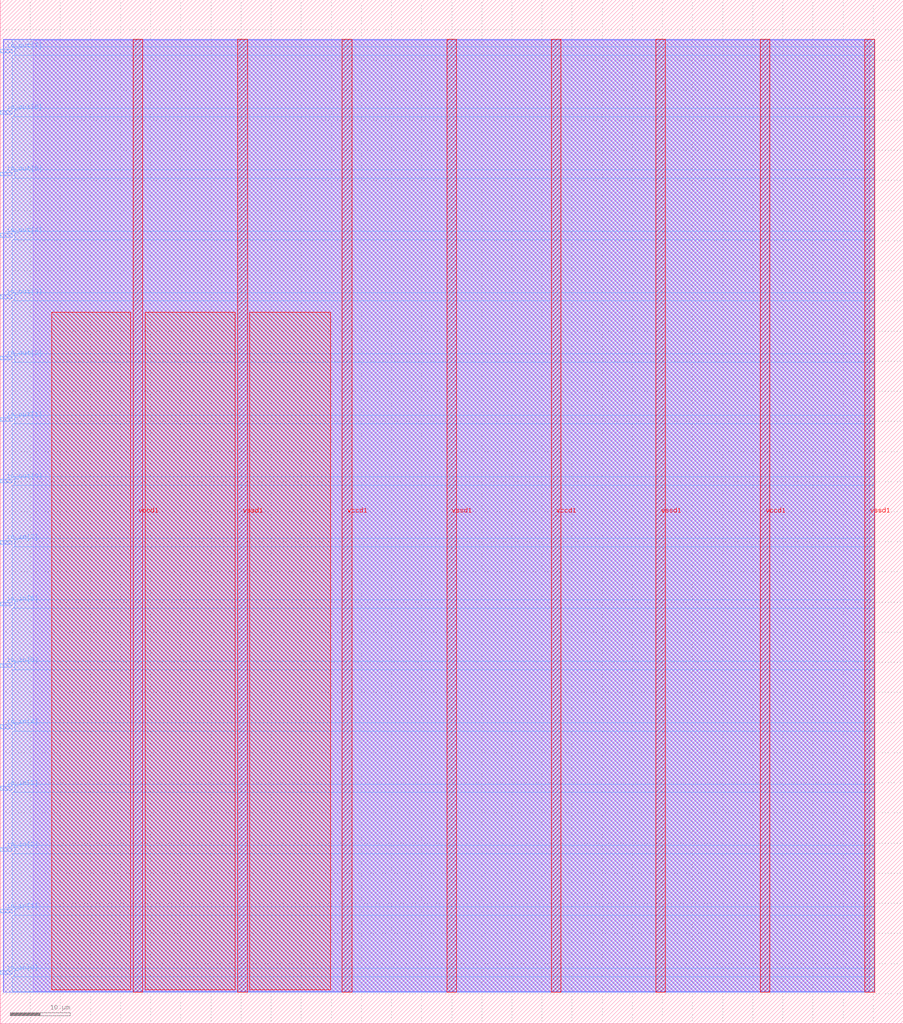
<source format=lef>
VERSION 5.7 ;
  NOWIREEXTENSIONATPIN ON ;
  DIVIDERCHAR "/" ;
  BUSBITCHARS "[]" ;
MACRO algofoogle_product
  CLASS BLOCK ;
  FOREIGN algofoogle_product ;
  ORIGIN 0.000 0.000 ;
  SIZE 150.000 BY 170.000 ;
  PIN io_in[0]
    DIRECTION INPUT ;
    USE SIGNAL ;
    PORT
      LAYER met3 ;
        RECT 0.000 8.200 2.000 8.800 ;
    END
  END io_in[0]
  PIN io_in[1]
    DIRECTION INPUT ;
    USE SIGNAL ;
    PORT
      LAYER met3 ;
        RECT 0.000 18.400 2.000 19.000 ;
    END
  END io_in[1]
  PIN io_in[2]
    DIRECTION INPUT ;
    USE SIGNAL ;
    PORT
      LAYER met3 ;
        RECT 0.000 28.600 2.000 29.200 ;
    END
  END io_in[2]
  PIN io_in[3]
    DIRECTION INPUT ;
    USE SIGNAL ;
    PORT
      LAYER met3 ;
        RECT 0.000 38.800 2.000 39.400 ;
    END
  END io_in[3]
  PIN io_in[4]
    DIRECTION INPUT ;
    USE SIGNAL ;
    PORT
      LAYER met3 ;
        RECT 0.000 49.000 2.000 49.600 ;
    END
  END io_in[4]
  PIN io_in[5]
    DIRECTION INPUT ;
    USE SIGNAL ;
    PORT
      LAYER met3 ;
        RECT 0.000 59.200 2.000 59.800 ;
    END
  END io_in[5]
  PIN io_in[6]
    DIRECTION INPUT ;
    USE SIGNAL ;
    PORT
      LAYER met3 ;
        RECT 0.000 69.400 2.000 70.000 ;
    END
  END io_in[6]
  PIN io_in[7]
    DIRECTION INPUT ;
    USE SIGNAL ;
    PORT
      LAYER met3 ;
        RECT 0.000 79.600 2.000 80.200 ;
    END
  END io_in[7]
  PIN io_out[0]
    DIRECTION OUTPUT TRISTATE ;
    USE SIGNAL ;
    PORT
      LAYER met3 ;
        RECT 0.000 89.800 2.000 90.400 ;
    END
  END io_out[0]
  PIN io_out[1]
    DIRECTION OUTPUT TRISTATE ;
    USE SIGNAL ;
    PORT
      LAYER met3 ;
        RECT 0.000 100.000 2.000 100.600 ;
    END
  END io_out[1]
  PIN io_out[2]
    DIRECTION OUTPUT TRISTATE ;
    USE SIGNAL ;
    PORT
      LAYER met3 ;
        RECT 0.000 110.200 2.000 110.800 ;
    END
  END io_out[2]
  PIN io_out[3]
    DIRECTION OUTPUT TRISTATE ;
    USE SIGNAL ;
    PORT
      LAYER met3 ;
        RECT 0.000 120.400 2.000 121.000 ;
    END
  END io_out[3]
  PIN io_out[4]
    DIRECTION OUTPUT TRISTATE ;
    USE SIGNAL ;
    PORT
      LAYER met3 ;
        RECT 0.000 130.600 2.000 131.200 ;
    END
  END io_out[4]
  PIN io_out[5]
    DIRECTION OUTPUT TRISTATE ;
    USE SIGNAL ;
    PORT
      LAYER met3 ;
        RECT 0.000 140.800 2.000 141.400 ;
    END
  END io_out[5]
  PIN io_out[6]
    DIRECTION OUTPUT TRISTATE ;
    USE SIGNAL ;
    PORT
      LAYER met3 ;
        RECT 0.000 151.000 2.000 151.600 ;
    END
  END io_out[6]
  PIN io_out[7]
    DIRECTION OUTPUT TRISTATE ;
    USE SIGNAL ;
    PORT
      LAYER met3 ;
        RECT 0.000 161.200 2.000 161.800 ;
    END
  END io_out[7]
  PIN vccd1
    DIRECTION INOUT ;
    USE POWER ;
    PORT
      LAYER met4 ;
        RECT 22.085 5.200 23.685 163.440 ;
    END
    PORT
      LAYER met4 ;
        RECT 56.815 5.200 58.415 163.440 ;
    END
    PORT
      LAYER met4 ;
        RECT 91.545 5.200 93.145 163.440 ;
    END
    PORT
      LAYER met4 ;
        RECT 126.275 5.200 127.875 163.440 ;
    END
  END vccd1
  PIN vssd1
    DIRECTION INOUT ;
    USE GROUND ;
    PORT
      LAYER met4 ;
        RECT 39.450 5.200 41.050 163.440 ;
    END
    PORT
      LAYER met4 ;
        RECT 74.180 5.200 75.780 163.440 ;
    END
    PORT
      LAYER met4 ;
        RECT 108.910 5.200 110.510 163.440 ;
    END
    PORT
      LAYER met4 ;
        RECT 143.640 5.200 145.240 163.440 ;
    END
  END vssd1
  OBS
      LAYER li1 ;
        RECT 5.520 5.355 144.440 163.285 ;
      LAYER met1 ;
        RECT 0.530 5.200 145.240 163.440 ;
      LAYER met2 ;
        RECT 0.560 5.255 145.210 163.385 ;
      LAYER met3 ;
        RECT 2.000 162.200 145.230 163.365 ;
        RECT 2.400 160.800 145.230 162.200 ;
        RECT 2.000 152.000 145.230 160.800 ;
        RECT 2.400 150.600 145.230 152.000 ;
        RECT 2.000 141.800 145.230 150.600 ;
        RECT 2.400 140.400 145.230 141.800 ;
        RECT 2.000 131.600 145.230 140.400 ;
        RECT 2.400 130.200 145.230 131.600 ;
        RECT 2.000 121.400 145.230 130.200 ;
        RECT 2.400 120.000 145.230 121.400 ;
        RECT 2.000 111.200 145.230 120.000 ;
        RECT 2.400 109.800 145.230 111.200 ;
        RECT 2.000 101.000 145.230 109.800 ;
        RECT 2.400 99.600 145.230 101.000 ;
        RECT 2.000 90.800 145.230 99.600 ;
        RECT 2.400 89.400 145.230 90.800 ;
        RECT 2.000 80.600 145.230 89.400 ;
        RECT 2.400 79.200 145.230 80.600 ;
        RECT 2.000 70.400 145.230 79.200 ;
        RECT 2.400 69.000 145.230 70.400 ;
        RECT 2.000 60.200 145.230 69.000 ;
        RECT 2.400 58.800 145.230 60.200 ;
        RECT 2.000 50.000 145.230 58.800 ;
        RECT 2.400 48.600 145.230 50.000 ;
        RECT 2.000 39.800 145.230 48.600 ;
        RECT 2.400 38.400 145.230 39.800 ;
        RECT 2.000 29.600 145.230 38.400 ;
        RECT 2.400 28.200 145.230 29.600 ;
        RECT 2.000 19.400 145.230 28.200 ;
        RECT 2.400 18.000 145.230 19.400 ;
        RECT 2.000 9.200 145.230 18.000 ;
        RECT 2.400 7.800 145.230 9.200 ;
        RECT 2.000 5.275 145.230 7.800 ;
      LAYER met4 ;
        RECT 8.575 5.615 21.685 118.145 ;
        RECT 24.085 5.615 39.050 118.145 ;
        RECT 41.450 5.615 54.905 118.145 ;
  END
END algofoogle_product
END LIBRARY


</source>
